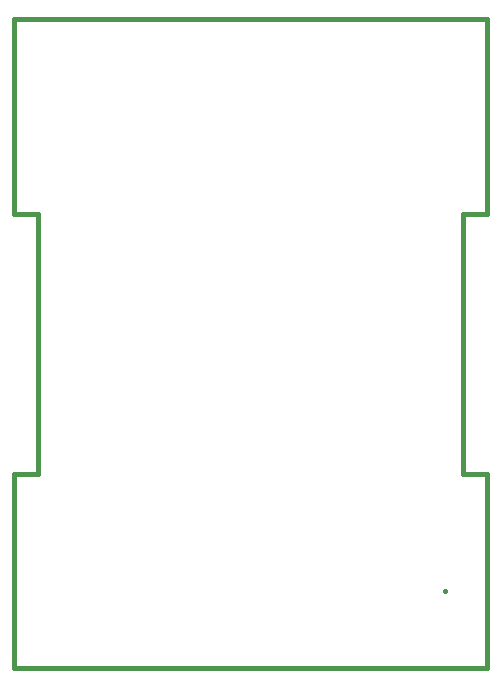
<source format=gbr>
G04 (created by PCBNEW (2013-03-19 BZR 4004)-stable) date 11/06/2013 19:40:29*
%MOIN*%
G04 Gerber Fmt 3.4, Leading zero omitted, Abs format*
%FSLAX34Y34*%
G01*
G70*
G90*
G04 APERTURE LIST*
%ADD10C,2.3622e-006*%
%ADD11C,0.015*%
G04 APERTURE END LIST*
G54D10*
G54D11*
X52350Y-41766D02*
G75*
G03X52350Y-41766I0J0D01*
G74*
G01*
X52349Y-41766D02*
X52350Y-41766D01*
X52350Y-41765D02*
X52350Y-41766D01*
X37980Y-29196D02*
X37980Y-22700D01*
X38767Y-29196D02*
X37980Y-29196D01*
X38767Y-37858D02*
X38767Y-29196D01*
X37980Y-37858D02*
X38767Y-37858D01*
X37980Y-44354D02*
X37980Y-37858D01*
X53728Y-44354D02*
X37980Y-44354D01*
X53728Y-37858D02*
X53728Y-44354D01*
X52940Y-37858D02*
X53728Y-37858D01*
X52940Y-29196D02*
X52940Y-37858D01*
X53728Y-29196D02*
X52940Y-29196D01*
X53728Y-22700D02*
X53728Y-29196D01*
X37980Y-22700D02*
X53730Y-22700D01*
M02*

</source>
